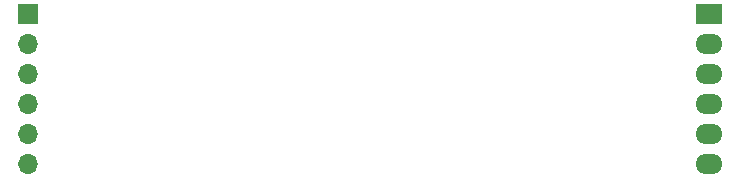
<source format=gbl>
G04 #@! TF.GenerationSoftware,KiCad,Pcbnew,(5.0.0-rc2-dev-222-g3b0a758)*
G04 #@! TF.CreationDate,2018-04-29T02:35:51+02:00*
G04 #@! TF.ProjectId,6pin100mil,3670696E3130306D696C2E6B69636164,rev?*
G04 #@! TF.SameCoordinates,Original*
G04 #@! TF.FileFunction,Copper,L2,Bot,Signal*
G04 #@! TF.FilePolarity,Positive*
%FSLAX46Y46*%
G04 Gerber Fmt 4.6, Leading zero omitted, Abs format (unit mm)*
G04 Created by KiCad (PCBNEW (5.0.0-rc2-dev-222-g3b0a758)) date Sunday, 29 April 2018 at 02:35:51*
%MOMM*%
%LPD*%
G01*
G04 APERTURE LIST*
%ADD10O,2.300000X1.700000*%
%ADD11R,2.300000X1.700000*%
%ADD12R,1.700000X1.700000*%
%ADD13O,1.700000X1.700000*%
G04 APERTURE END LIST*
D10*
X110500000Y-62860000D03*
X110500000Y-60320000D03*
X110500000Y-57780000D03*
X110500000Y-55240000D03*
X110500000Y-52700000D03*
D11*
X110500000Y-50160000D03*
D12*
X52800000Y-50160000D03*
D13*
X52800000Y-52700000D03*
X52800000Y-55240000D03*
X52800000Y-57780000D03*
X52800000Y-60320000D03*
X52800000Y-62860000D03*
M02*

</source>
